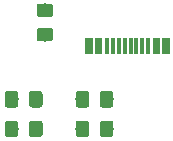
<source format=gbr>
G04 #@! TF.GenerationSoftware,KiCad,Pcbnew,(5.1.2-1)-1*
G04 #@! TF.CreationDate,2020-04-25T00:14:51+02:00*
G04 #@! TF.ProjectId,USB-C-USB-2.0,5553422d-432d-4555-9342-2d322e302e6b,rev?*
G04 #@! TF.SameCoordinates,Original*
G04 #@! TF.FileFunction,Paste,Top*
G04 #@! TF.FilePolarity,Positive*
%FSLAX46Y46*%
G04 Gerber Fmt 4.6, Leading zero omitted, Abs format (unit mm)*
G04 Created by KiCad (PCBNEW (5.1.2-1)-1) date 2020-04-25 00:14:51*
%MOMM*%
%LPD*%
G04 APERTURE LIST*
%ADD10R,0.300000X1.450000*%
%ADD11C,0.100000*%
%ADD12C,1.150000*%
G04 APERTURE END LIST*
D10*
X57700000Y-66900000D03*
X56900000Y-66900000D03*
X56050000Y-66900000D03*
X57400000Y-66900000D03*
X56600000Y-66900000D03*
X55550000Y-66900000D03*
X52550000Y-66900000D03*
X51700000Y-66900000D03*
X50900000Y-66900000D03*
X51200000Y-66900000D03*
X52000000Y-66900000D03*
X53050000Y-66900000D03*
X53550000Y-66900000D03*
X54050000Y-66900000D03*
X54550000Y-66900000D03*
X55050000Y-66900000D03*
D11*
G36*
X44824505Y-70701204D02*
G01*
X44848773Y-70704804D01*
X44872572Y-70710765D01*
X44895671Y-70719030D01*
X44917850Y-70729520D01*
X44938893Y-70742132D01*
X44958599Y-70756747D01*
X44976777Y-70773223D01*
X44993253Y-70791401D01*
X45007868Y-70811107D01*
X45020480Y-70832150D01*
X45030970Y-70854329D01*
X45039235Y-70877428D01*
X45045196Y-70901227D01*
X45048796Y-70925495D01*
X45050000Y-70949999D01*
X45050000Y-71850001D01*
X45048796Y-71874505D01*
X45045196Y-71898773D01*
X45039235Y-71922572D01*
X45030970Y-71945671D01*
X45020480Y-71967850D01*
X45007868Y-71988893D01*
X44993253Y-72008599D01*
X44976777Y-72026777D01*
X44958599Y-72043253D01*
X44938893Y-72057868D01*
X44917850Y-72070480D01*
X44895671Y-72080970D01*
X44872572Y-72089235D01*
X44848773Y-72095196D01*
X44824505Y-72098796D01*
X44800001Y-72100000D01*
X44149999Y-72100000D01*
X44125495Y-72098796D01*
X44101227Y-72095196D01*
X44077428Y-72089235D01*
X44054329Y-72080970D01*
X44032150Y-72070480D01*
X44011107Y-72057868D01*
X43991401Y-72043253D01*
X43973223Y-72026777D01*
X43956747Y-72008599D01*
X43942132Y-71988893D01*
X43929520Y-71967850D01*
X43919030Y-71945671D01*
X43910765Y-71922572D01*
X43904804Y-71898773D01*
X43901204Y-71874505D01*
X43900000Y-71850001D01*
X43900000Y-70949999D01*
X43901204Y-70925495D01*
X43904804Y-70901227D01*
X43910765Y-70877428D01*
X43919030Y-70854329D01*
X43929520Y-70832150D01*
X43942132Y-70811107D01*
X43956747Y-70791401D01*
X43973223Y-70773223D01*
X43991401Y-70756747D01*
X44011107Y-70742132D01*
X44032150Y-70729520D01*
X44054329Y-70719030D01*
X44077428Y-70710765D01*
X44101227Y-70704804D01*
X44125495Y-70701204D01*
X44149999Y-70700000D01*
X44800001Y-70700000D01*
X44824505Y-70701204D01*
X44824505Y-70701204D01*
G37*
D12*
X44475000Y-71400000D03*
D11*
G36*
X46874505Y-70701204D02*
G01*
X46898773Y-70704804D01*
X46922572Y-70710765D01*
X46945671Y-70719030D01*
X46967850Y-70729520D01*
X46988893Y-70742132D01*
X47008599Y-70756747D01*
X47026777Y-70773223D01*
X47043253Y-70791401D01*
X47057868Y-70811107D01*
X47070480Y-70832150D01*
X47080970Y-70854329D01*
X47089235Y-70877428D01*
X47095196Y-70901227D01*
X47098796Y-70925495D01*
X47100000Y-70949999D01*
X47100000Y-71850001D01*
X47098796Y-71874505D01*
X47095196Y-71898773D01*
X47089235Y-71922572D01*
X47080970Y-71945671D01*
X47070480Y-71967850D01*
X47057868Y-71988893D01*
X47043253Y-72008599D01*
X47026777Y-72026777D01*
X47008599Y-72043253D01*
X46988893Y-72057868D01*
X46967850Y-72070480D01*
X46945671Y-72080970D01*
X46922572Y-72089235D01*
X46898773Y-72095196D01*
X46874505Y-72098796D01*
X46850001Y-72100000D01*
X46199999Y-72100000D01*
X46175495Y-72098796D01*
X46151227Y-72095196D01*
X46127428Y-72089235D01*
X46104329Y-72080970D01*
X46082150Y-72070480D01*
X46061107Y-72057868D01*
X46041401Y-72043253D01*
X46023223Y-72026777D01*
X46006747Y-72008599D01*
X45992132Y-71988893D01*
X45979520Y-71967850D01*
X45969030Y-71945671D01*
X45960765Y-71922572D01*
X45954804Y-71898773D01*
X45951204Y-71874505D01*
X45950000Y-71850001D01*
X45950000Y-70949999D01*
X45951204Y-70925495D01*
X45954804Y-70901227D01*
X45960765Y-70877428D01*
X45969030Y-70854329D01*
X45979520Y-70832150D01*
X45992132Y-70811107D01*
X46006747Y-70791401D01*
X46023223Y-70773223D01*
X46041401Y-70756747D01*
X46061107Y-70742132D01*
X46082150Y-70729520D01*
X46104329Y-70719030D01*
X46127428Y-70710765D01*
X46151227Y-70704804D01*
X46175495Y-70701204D01*
X46199999Y-70700000D01*
X46850001Y-70700000D01*
X46874505Y-70701204D01*
X46874505Y-70701204D01*
G37*
D12*
X46525000Y-71400000D03*
D11*
G36*
X52874505Y-70701204D02*
G01*
X52898773Y-70704804D01*
X52922572Y-70710765D01*
X52945671Y-70719030D01*
X52967850Y-70729520D01*
X52988893Y-70742132D01*
X53008599Y-70756747D01*
X53026777Y-70773223D01*
X53043253Y-70791401D01*
X53057868Y-70811107D01*
X53070480Y-70832150D01*
X53080970Y-70854329D01*
X53089235Y-70877428D01*
X53095196Y-70901227D01*
X53098796Y-70925495D01*
X53100000Y-70949999D01*
X53100000Y-71850001D01*
X53098796Y-71874505D01*
X53095196Y-71898773D01*
X53089235Y-71922572D01*
X53080970Y-71945671D01*
X53070480Y-71967850D01*
X53057868Y-71988893D01*
X53043253Y-72008599D01*
X53026777Y-72026777D01*
X53008599Y-72043253D01*
X52988893Y-72057868D01*
X52967850Y-72070480D01*
X52945671Y-72080970D01*
X52922572Y-72089235D01*
X52898773Y-72095196D01*
X52874505Y-72098796D01*
X52850001Y-72100000D01*
X52199999Y-72100000D01*
X52175495Y-72098796D01*
X52151227Y-72095196D01*
X52127428Y-72089235D01*
X52104329Y-72080970D01*
X52082150Y-72070480D01*
X52061107Y-72057868D01*
X52041401Y-72043253D01*
X52023223Y-72026777D01*
X52006747Y-72008599D01*
X51992132Y-71988893D01*
X51979520Y-71967850D01*
X51969030Y-71945671D01*
X51960765Y-71922572D01*
X51954804Y-71898773D01*
X51951204Y-71874505D01*
X51950000Y-71850001D01*
X51950000Y-70949999D01*
X51951204Y-70925495D01*
X51954804Y-70901227D01*
X51960765Y-70877428D01*
X51969030Y-70854329D01*
X51979520Y-70832150D01*
X51992132Y-70811107D01*
X52006747Y-70791401D01*
X52023223Y-70773223D01*
X52041401Y-70756747D01*
X52061107Y-70742132D01*
X52082150Y-70729520D01*
X52104329Y-70719030D01*
X52127428Y-70710765D01*
X52151227Y-70704804D01*
X52175495Y-70701204D01*
X52199999Y-70700000D01*
X52850001Y-70700000D01*
X52874505Y-70701204D01*
X52874505Y-70701204D01*
G37*
D12*
X52525000Y-71400000D03*
D11*
G36*
X50824505Y-70701204D02*
G01*
X50848773Y-70704804D01*
X50872572Y-70710765D01*
X50895671Y-70719030D01*
X50917850Y-70729520D01*
X50938893Y-70742132D01*
X50958599Y-70756747D01*
X50976777Y-70773223D01*
X50993253Y-70791401D01*
X51007868Y-70811107D01*
X51020480Y-70832150D01*
X51030970Y-70854329D01*
X51039235Y-70877428D01*
X51045196Y-70901227D01*
X51048796Y-70925495D01*
X51050000Y-70949999D01*
X51050000Y-71850001D01*
X51048796Y-71874505D01*
X51045196Y-71898773D01*
X51039235Y-71922572D01*
X51030970Y-71945671D01*
X51020480Y-71967850D01*
X51007868Y-71988893D01*
X50993253Y-72008599D01*
X50976777Y-72026777D01*
X50958599Y-72043253D01*
X50938893Y-72057868D01*
X50917850Y-72070480D01*
X50895671Y-72080970D01*
X50872572Y-72089235D01*
X50848773Y-72095196D01*
X50824505Y-72098796D01*
X50800001Y-72100000D01*
X50149999Y-72100000D01*
X50125495Y-72098796D01*
X50101227Y-72095196D01*
X50077428Y-72089235D01*
X50054329Y-72080970D01*
X50032150Y-72070480D01*
X50011107Y-72057868D01*
X49991401Y-72043253D01*
X49973223Y-72026777D01*
X49956747Y-72008599D01*
X49942132Y-71988893D01*
X49929520Y-71967850D01*
X49919030Y-71945671D01*
X49910765Y-71922572D01*
X49904804Y-71898773D01*
X49901204Y-71874505D01*
X49900000Y-71850001D01*
X49900000Y-70949999D01*
X49901204Y-70925495D01*
X49904804Y-70901227D01*
X49910765Y-70877428D01*
X49919030Y-70854329D01*
X49929520Y-70832150D01*
X49942132Y-70811107D01*
X49956747Y-70791401D01*
X49973223Y-70773223D01*
X49991401Y-70756747D01*
X50011107Y-70742132D01*
X50032150Y-70729520D01*
X50054329Y-70719030D01*
X50077428Y-70710765D01*
X50101227Y-70704804D01*
X50125495Y-70701204D01*
X50149999Y-70700000D01*
X50800001Y-70700000D01*
X50824505Y-70701204D01*
X50824505Y-70701204D01*
G37*
D12*
X50475000Y-71400000D03*
D11*
G36*
X47774505Y-63301204D02*
G01*
X47798773Y-63304804D01*
X47822572Y-63310765D01*
X47845671Y-63319030D01*
X47867850Y-63329520D01*
X47888893Y-63342132D01*
X47908599Y-63356747D01*
X47926777Y-63373223D01*
X47943253Y-63391401D01*
X47957868Y-63411107D01*
X47970480Y-63432150D01*
X47980970Y-63454329D01*
X47989235Y-63477428D01*
X47995196Y-63501227D01*
X47998796Y-63525495D01*
X48000000Y-63549999D01*
X48000000Y-64200001D01*
X47998796Y-64224505D01*
X47995196Y-64248773D01*
X47989235Y-64272572D01*
X47980970Y-64295671D01*
X47970480Y-64317850D01*
X47957868Y-64338893D01*
X47943253Y-64358599D01*
X47926777Y-64376777D01*
X47908599Y-64393253D01*
X47888893Y-64407868D01*
X47867850Y-64420480D01*
X47845671Y-64430970D01*
X47822572Y-64439235D01*
X47798773Y-64445196D01*
X47774505Y-64448796D01*
X47750001Y-64450000D01*
X46849999Y-64450000D01*
X46825495Y-64448796D01*
X46801227Y-64445196D01*
X46777428Y-64439235D01*
X46754329Y-64430970D01*
X46732150Y-64420480D01*
X46711107Y-64407868D01*
X46691401Y-64393253D01*
X46673223Y-64376777D01*
X46656747Y-64358599D01*
X46642132Y-64338893D01*
X46629520Y-64317850D01*
X46619030Y-64295671D01*
X46610765Y-64272572D01*
X46604804Y-64248773D01*
X46601204Y-64224505D01*
X46600000Y-64200001D01*
X46600000Y-63549999D01*
X46601204Y-63525495D01*
X46604804Y-63501227D01*
X46610765Y-63477428D01*
X46619030Y-63454329D01*
X46629520Y-63432150D01*
X46642132Y-63411107D01*
X46656747Y-63391401D01*
X46673223Y-63373223D01*
X46691401Y-63356747D01*
X46711107Y-63342132D01*
X46732150Y-63329520D01*
X46754329Y-63319030D01*
X46777428Y-63310765D01*
X46801227Y-63304804D01*
X46825495Y-63301204D01*
X46849999Y-63300000D01*
X47750001Y-63300000D01*
X47774505Y-63301204D01*
X47774505Y-63301204D01*
G37*
D12*
X47300000Y-63875000D03*
D11*
G36*
X47774505Y-65351204D02*
G01*
X47798773Y-65354804D01*
X47822572Y-65360765D01*
X47845671Y-65369030D01*
X47867850Y-65379520D01*
X47888893Y-65392132D01*
X47908599Y-65406747D01*
X47926777Y-65423223D01*
X47943253Y-65441401D01*
X47957868Y-65461107D01*
X47970480Y-65482150D01*
X47980970Y-65504329D01*
X47989235Y-65527428D01*
X47995196Y-65551227D01*
X47998796Y-65575495D01*
X48000000Y-65599999D01*
X48000000Y-66250001D01*
X47998796Y-66274505D01*
X47995196Y-66298773D01*
X47989235Y-66322572D01*
X47980970Y-66345671D01*
X47970480Y-66367850D01*
X47957868Y-66388893D01*
X47943253Y-66408599D01*
X47926777Y-66426777D01*
X47908599Y-66443253D01*
X47888893Y-66457868D01*
X47867850Y-66470480D01*
X47845671Y-66480970D01*
X47822572Y-66489235D01*
X47798773Y-66495196D01*
X47774505Y-66498796D01*
X47750001Y-66500000D01*
X46849999Y-66500000D01*
X46825495Y-66498796D01*
X46801227Y-66495196D01*
X46777428Y-66489235D01*
X46754329Y-66480970D01*
X46732150Y-66470480D01*
X46711107Y-66457868D01*
X46691401Y-66443253D01*
X46673223Y-66426777D01*
X46656747Y-66408599D01*
X46642132Y-66388893D01*
X46629520Y-66367850D01*
X46619030Y-66345671D01*
X46610765Y-66322572D01*
X46604804Y-66298773D01*
X46601204Y-66274505D01*
X46600000Y-66250001D01*
X46600000Y-65599999D01*
X46601204Y-65575495D01*
X46604804Y-65551227D01*
X46610765Y-65527428D01*
X46619030Y-65504329D01*
X46629520Y-65482150D01*
X46642132Y-65461107D01*
X46656747Y-65441401D01*
X46673223Y-65423223D01*
X46691401Y-65406747D01*
X46711107Y-65392132D01*
X46732150Y-65379520D01*
X46754329Y-65369030D01*
X46777428Y-65360765D01*
X46801227Y-65354804D01*
X46825495Y-65351204D01*
X46849999Y-65350000D01*
X47750001Y-65350000D01*
X47774505Y-65351204D01*
X47774505Y-65351204D01*
G37*
D12*
X47300000Y-65925000D03*
D11*
G36*
X44824505Y-73201204D02*
G01*
X44848773Y-73204804D01*
X44872572Y-73210765D01*
X44895671Y-73219030D01*
X44917850Y-73229520D01*
X44938893Y-73242132D01*
X44958599Y-73256747D01*
X44976777Y-73273223D01*
X44993253Y-73291401D01*
X45007868Y-73311107D01*
X45020480Y-73332150D01*
X45030970Y-73354329D01*
X45039235Y-73377428D01*
X45045196Y-73401227D01*
X45048796Y-73425495D01*
X45050000Y-73449999D01*
X45050000Y-74350001D01*
X45048796Y-74374505D01*
X45045196Y-74398773D01*
X45039235Y-74422572D01*
X45030970Y-74445671D01*
X45020480Y-74467850D01*
X45007868Y-74488893D01*
X44993253Y-74508599D01*
X44976777Y-74526777D01*
X44958599Y-74543253D01*
X44938893Y-74557868D01*
X44917850Y-74570480D01*
X44895671Y-74580970D01*
X44872572Y-74589235D01*
X44848773Y-74595196D01*
X44824505Y-74598796D01*
X44800001Y-74600000D01*
X44149999Y-74600000D01*
X44125495Y-74598796D01*
X44101227Y-74595196D01*
X44077428Y-74589235D01*
X44054329Y-74580970D01*
X44032150Y-74570480D01*
X44011107Y-74557868D01*
X43991401Y-74543253D01*
X43973223Y-74526777D01*
X43956747Y-74508599D01*
X43942132Y-74488893D01*
X43929520Y-74467850D01*
X43919030Y-74445671D01*
X43910765Y-74422572D01*
X43904804Y-74398773D01*
X43901204Y-74374505D01*
X43900000Y-74350001D01*
X43900000Y-73449999D01*
X43901204Y-73425495D01*
X43904804Y-73401227D01*
X43910765Y-73377428D01*
X43919030Y-73354329D01*
X43929520Y-73332150D01*
X43942132Y-73311107D01*
X43956747Y-73291401D01*
X43973223Y-73273223D01*
X43991401Y-73256747D01*
X44011107Y-73242132D01*
X44032150Y-73229520D01*
X44054329Y-73219030D01*
X44077428Y-73210765D01*
X44101227Y-73204804D01*
X44125495Y-73201204D01*
X44149999Y-73200000D01*
X44800001Y-73200000D01*
X44824505Y-73201204D01*
X44824505Y-73201204D01*
G37*
D12*
X44475000Y-73900000D03*
D11*
G36*
X46874505Y-73201204D02*
G01*
X46898773Y-73204804D01*
X46922572Y-73210765D01*
X46945671Y-73219030D01*
X46967850Y-73229520D01*
X46988893Y-73242132D01*
X47008599Y-73256747D01*
X47026777Y-73273223D01*
X47043253Y-73291401D01*
X47057868Y-73311107D01*
X47070480Y-73332150D01*
X47080970Y-73354329D01*
X47089235Y-73377428D01*
X47095196Y-73401227D01*
X47098796Y-73425495D01*
X47100000Y-73449999D01*
X47100000Y-74350001D01*
X47098796Y-74374505D01*
X47095196Y-74398773D01*
X47089235Y-74422572D01*
X47080970Y-74445671D01*
X47070480Y-74467850D01*
X47057868Y-74488893D01*
X47043253Y-74508599D01*
X47026777Y-74526777D01*
X47008599Y-74543253D01*
X46988893Y-74557868D01*
X46967850Y-74570480D01*
X46945671Y-74580970D01*
X46922572Y-74589235D01*
X46898773Y-74595196D01*
X46874505Y-74598796D01*
X46850001Y-74600000D01*
X46199999Y-74600000D01*
X46175495Y-74598796D01*
X46151227Y-74595196D01*
X46127428Y-74589235D01*
X46104329Y-74580970D01*
X46082150Y-74570480D01*
X46061107Y-74557868D01*
X46041401Y-74543253D01*
X46023223Y-74526777D01*
X46006747Y-74508599D01*
X45992132Y-74488893D01*
X45979520Y-74467850D01*
X45969030Y-74445671D01*
X45960765Y-74422572D01*
X45954804Y-74398773D01*
X45951204Y-74374505D01*
X45950000Y-74350001D01*
X45950000Y-73449999D01*
X45951204Y-73425495D01*
X45954804Y-73401227D01*
X45960765Y-73377428D01*
X45969030Y-73354329D01*
X45979520Y-73332150D01*
X45992132Y-73311107D01*
X46006747Y-73291401D01*
X46023223Y-73273223D01*
X46041401Y-73256747D01*
X46061107Y-73242132D01*
X46082150Y-73229520D01*
X46104329Y-73219030D01*
X46127428Y-73210765D01*
X46151227Y-73204804D01*
X46175495Y-73201204D01*
X46199999Y-73200000D01*
X46850001Y-73200000D01*
X46874505Y-73201204D01*
X46874505Y-73201204D01*
G37*
D12*
X46525000Y-73900000D03*
D11*
G36*
X52874505Y-73201204D02*
G01*
X52898773Y-73204804D01*
X52922572Y-73210765D01*
X52945671Y-73219030D01*
X52967850Y-73229520D01*
X52988893Y-73242132D01*
X53008599Y-73256747D01*
X53026777Y-73273223D01*
X53043253Y-73291401D01*
X53057868Y-73311107D01*
X53070480Y-73332150D01*
X53080970Y-73354329D01*
X53089235Y-73377428D01*
X53095196Y-73401227D01*
X53098796Y-73425495D01*
X53100000Y-73449999D01*
X53100000Y-74350001D01*
X53098796Y-74374505D01*
X53095196Y-74398773D01*
X53089235Y-74422572D01*
X53080970Y-74445671D01*
X53070480Y-74467850D01*
X53057868Y-74488893D01*
X53043253Y-74508599D01*
X53026777Y-74526777D01*
X53008599Y-74543253D01*
X52988893Y-74557868D01*
X52967850Y-74570480D01*
X52945671Y-74580970D01*
X52922572Y-74589235D01*
X52898773Y-74595196D01*
X52874505Y-74598796D01*
X52850001Y-74600000D01*
X52199999Y-74600000D01*
X52175495Y-74598796D01*
X52151227Y-74595196D01*
X52127428Y-74589235D01*
X52104329Y-74580970D01*
X52082150Y-74570480D01*
X52061107Y-74557868D01*
X52041401Y-74543253D01*
X52023223Y-74526777D01*
X52006747Y-74508599D01*
X51992132Y-74488893D01*
X51979520Y-74467850D01*
X51969030Y-74445671D01*
X51960765Y-74422572D01*
X51954804Y-74398773D01*
X51951204Y-74374505D01*
X51950000Y-74350001D01*
X51950000Y-73449999D01*
X51951204Y-73425495D01*
X51954804Y-73401227D01*
X51960765Y-73377428D01*
X51969030Y-73354329D01*
X51979520Y-73332150D01*
X51992132Y-73311107D01*
X52006747Y-73291401D01*
X52023223Y-73273223D01*
X52041401Y-73256747D01*
X52061107Y-73242132D01*
X52082150Y-73229520D01*
X52104329Y-73219030D01*
X52127428Y-73210765D01*
X52151227Y-73204804D01*
X52175495Y-73201204D01*
X52199999Y-73200000D01*
X52850001Y-73200000D01*
X52874505Y-73201204D01*
X52874505Y-73201204D01*
G37*
D12*
X52525000Y-73900000D03*
D11*
G36*
X50824505Y-73201204D02*
G01*
X50848773Y-73204804D01*
X50872572Y-73210765D01*
X50895671Y-73219030D01*
X50917850Y-73229520D01*
X50938893Y-73242132D01*
X50958599Y-73256747D01*
X50976777Y-73273223D01*
X50993253Y-73291401D01*
X51007868Y-73311107D01*
X51020480Y-73332150D01*
X51030970Y-73354329D01*
X51039235Y-73377428D01*
X51045196Y-73401227D01*
X51048796Y-73425495D01*
X51050000Y-73449999D01*
X51050000Y-74350001D01*
X51048796Y-74374505D01*
X51045196Y-74398773D01*
X51039235Y-74422572D01*
X51030970Y-74445671D01*
X51020480Y-74467850D01*
X51007868Y-74488893D01*
X50993253Y-74508599D01*
X50976777Y-74526777D01*
X50958599Y-74543253D01*
X50938893Y-74557868D01*
X50917850Y-74570480D01*
X50895671Y-74580970D01*
X50872572Y-74589235D01*
X50848773Y-74595196D01*
X50824505Y-74598796D01*
X50800001Y-74600000D01*
X50149999Y-74600000D01*
X50125495Y-74598796D01*
X50101227Y-74595196D01*
X50077428Y-74589235D01*
X50054329Y-74580970D01*
X50032150Y-74570480D01*
X50011107Y-74557868D01*
X49991401Y-74543253D01*
X49973223Y-74526777D01*
X49956747Y-74508599D01*
X49942132Y-74488893D01*
X49929520Y-74467850D01*
X49919030Y-74445671D01*
X49910765Y-74422572D01*
X49904804Y-74398773D01*
X49901204Y-74374505D01*
X49900000Y-74350001D01*
X49900000Y-73449999D01*
X49901204Y-73425495D01*
X49904804Y-73401227D01*
X49910765Y-73377428D01*
X49919030Y-73354329D01*
X49929520Y-73332150D01*
X49942132Y-73311107D01*
X49956747Y-73291401D01*
X49973223Y-73273223D01*
X49991401Y-73256747D01*
X50011107Y-73242132D01*
X50032150Y-73229520D01*
X50054329Y-73219030D01*
X50077428Y-73210765D01*
X50101227Y-73204804D01*
X50125495Y-73201204D01*
X50149999Y-73200000D01*
X50800001Y-73200000D01*
X50824505Y-73201204D01*
X50824505Y-73201204D01*
G37*
D12*
X50475000Y-73900000D03*
M02*

</source>
